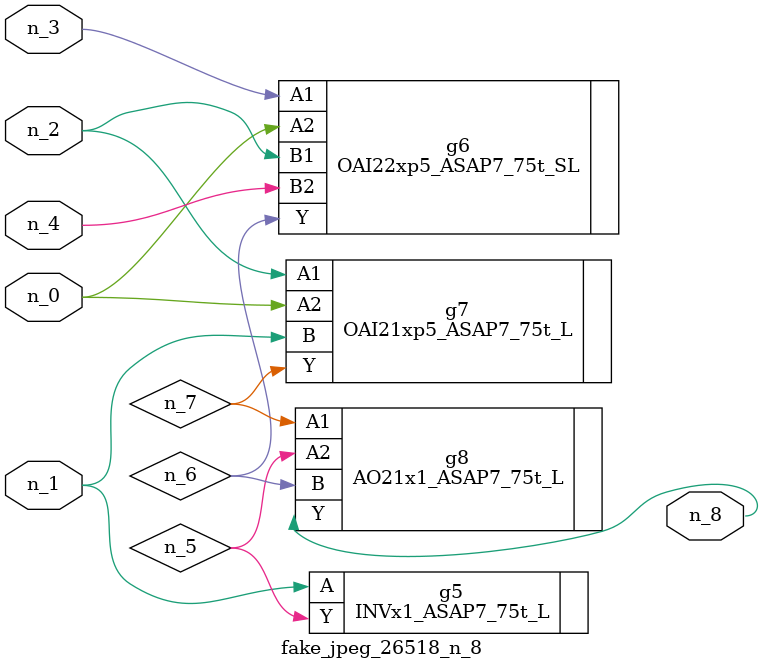
<source format=v>
module fake_jpeg_26518_n_8 (n_3, n_2, n_1, n_0, n_4, n_8);

input n_3;
input n_2;
input n_1;
input n_0;
input n_4;

output n_8;

wire n_6;
wire n_5;
wire n_7;

INVx1_ASAP7_75t_L g5 ( 
.A(n_1),
.Y(n_5)
);

OAI22xp5_ASAP7_75t_SL g6 ( 
.A1(n_3),
.A2(n_0),
.B1(n_2),
.B2(n_4),
.Y(n_6)
);

OAI21xp5_ASAP7_75t_L g7 ( 
.A1(n_2),
.A2(n_0),
.B(n_1),
.Y(n_7)
);

AO21x1_ASAP7_75t_L g8 ( 
.A1(n_7),
.A2(n_5),
.B(n_6),
.Y(n_8)
);


endmodule
</source>
